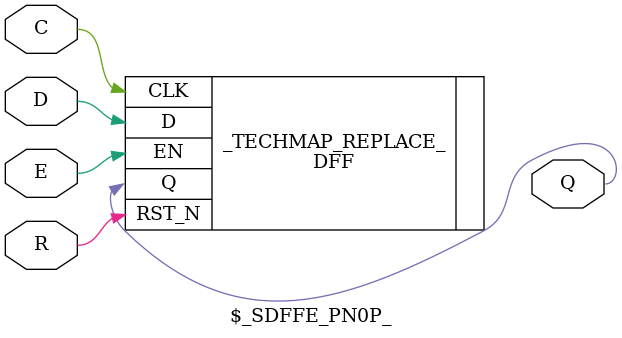
<source format=v>
module \$lut (A, Y);
	parameter WIDTH = 0;
	parameter LUT = 0;
	input [WIDTH-1:0] A;
	output Y;

	LUT #(.K(WIDTH), .INIT(LUT)) _TECHMAP_REPLACE_ (.I(A), .F(Y));
endmodule

module \$__SPRAM8K_ (
	input  PORT_RW_CLK,
	input  PORT_RW_WR_EN,
	input  [12:0] PORT_RW_ADDR,
	input  [3:0] PORT_RW_WR_DATA,
	output [3:0] PORT_RW_RD_DATA
);
	BRAM #(
		.DUAL_PORT(1'b0)
	) _TECHMAP_REPLACE_ (
		.CLK(PORT_RW_CLK),
		.WE(PORT_RW_WR_EN),
		.RWADDR(PORT_RW_ADDR[8:0]),
		.RADDR({5'd0, PORT_RW_ADDR[12:9]}),
		.DIN(PORT_RW_WR_DATA),
		.DOUT(PORT_RW_RD_DATA)
	);
endmodule

module \$__DPRAM512_ (
	input  [8:0] PORT_R_ADDR,
	output [3:0] PORT_R_RD_DATA,

	input  PORT_W_CLK,
	input  PORT_W_WR_EN,
	input  [8:0] PORT_W_ADDR,
	input  [3:0] PORT_W_WR_DATA
);
	BRAM #(
		.DUAL_PORT(1'b1)
	) _TECHMAP_REPLACE_ (
		.CLK(PORT_W_CLK),
		.WE(PORT_W_WR_EN),
		.RWADDR(PORT_W_ADDR),
		.RADDR(PORT_R_ADDR),
		.DIN(PORT_W_WR_DATA),
		.DOUT(PORT_R_RD_DATA)
	);
endmodule

module \$_DFF_P_ (input D, C, output Q); DFF #(.ENABLE_USED(1'b0), .RST_USED(1'b0)) _TECHMAP_REPLACE_ (.D(D), .Q(Q), .CLK(C)); endmodule
module \$_DFFE_PP_ (input D, C, E, output Q); DFF #(.ENABLE_USED(1'b1), .RST_USED(1'b0)) _TECHMAP_REPLACE_ (.D(D), .Q(Q), .CLK(C), .EN(E)); endmodule
module \$_SDFF_PN0_ (input D, C, R, output Q); DFF #(.ENABLE_USED(1'b0), .RST_USED(1'b1)) _TECHMAP_REPLACE_ (.D(D), .Q(Q), .CLK(C), .RST_N(R)); endmodule
module \$_SDFFE_PN0P_ (input D, C, E, R, output Q); DFF #(.ENABLE_USED(1'b1), .RST_USED(1'b1)) _TECHMAP_REPLACE_ (.D(D), .Q(Q), .CLK(C), .EN(E), .RST_N(R)); endmodule

</source>
